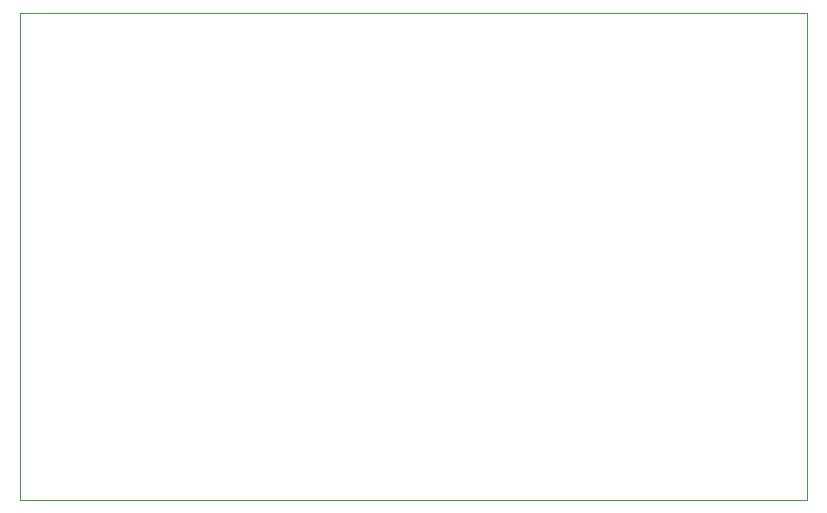
<source format=gbr>
%TF.GenerationSoftware,KiCad,Pcbnew,9.0.2*%
%TF.CreationDate,2025-09-25T10:32:18+03:00*%
%TF.ProjectId,uPIC46,75504943-3436-42e6-9b69-6361645f7063,V0*%
%TF.SameCoordinates,Original*%
%TF.FileFunction,Profile,NP*%
%FSLAX46Y46*%
G04 Gerber Fmt 4.6, Leading zero omitted, Abs format (unit mm)*
G04 Created by KiCad (PCBNEW 9.0.2) date 2025-09-25 10:32:18*
%MOMM*%
%LPD*%
G01*
G04 APERTURE LIST*
%TA.AperFunction,Profile*%
%ADD10C,0.050000*%
%TD*%
G04 APERTURE END LIST*
D10*
X120090000Y-119290000D02*
X182790000Y-119290000D01*
X184420000Y-107710000D02*
X184420000Y-77980000D01*
X182790000Y-119290000D02*
X183900000Y-119290000D01*
X182790000Y-77980000D02*
X183900000Y-77980000D01*
X184420000Y-109510000D02*
X184420000Y-107710000D01*
X117800000Y-77980000D02*
X117800000Y-119290000D01*
X184420000Y-119290000D02*
X184420000Y-109510000D01*
X121530000Y-77980000D02*
X117800000Y-77980000D01*
X183900000Y-77980000D02*
X184420000Y-77980000D01*
X121530000Y-77980000D02*
X182790000Y-77980000D01*
X120090000Y-119290000D02*
X117800000Y-119290000D01*
X183900000Y-119290000D02*
X184420000Y-119290000D01*
M02*

</source>
